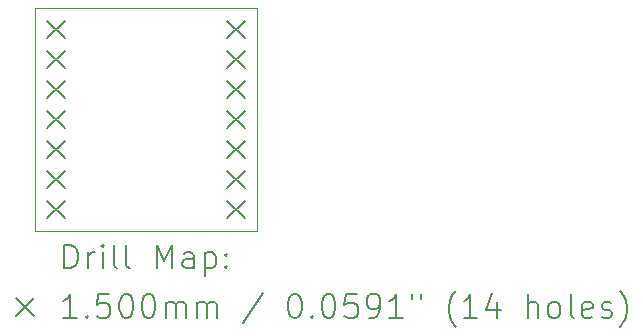
<source format=gbr>
%FSLAX45Y45*%
G04 Gerber Fmt 4.5, Leading zero omitted, Abs format (unit mm)*
G04 Created by KiCad (PCBNEW (6.0.0)) date 2022-02-12 15:23:34*
%MOMM*%
%LPD*%
G01*
G04 APERTURE LIST*
%TA.AperFunction,Profile*%
%ADD10C,0.100000*%
%TD*%
%ADD11C,0.200000*%
%ADD12C,0.150000*%
G04 APERTURE END LIST*
D10*
X15864840Y-10601960D02*
X13980160Y-10601960D01*
X13980160Y-10601960D02*
X13980160Y-8717280D01*
X13980160Y-8717280D02*
X15864840Y-8717280D01*
X15864840Y-8717280D02*
X15864840Y-10601960D01*
D11*
D12*
X14088040Y-8822120D02*
X14238040Y-8972120D01*
X14238040Y-8822120D02*
X14088040Y-8972120D01*
X14088040Y-9076120D02*
X14238040Y-9226120D01*
X14238040Y-9076120D02*
X14088040Y-9226120D01*
X14088040Y-9330120D02*
X14238040Y-9480120D01*
X14238040Y-9330120D02*
X14088040Y-9480120D01*
X14088040Y-9584120D02*
X14238040Y-9734120D01*
X14238040Y-9584120D02*
X14088040Y-9734120D01*
X14088040Y-9838120D02*
X14238040Y-9988120D01*
X14238040Y-9838120D02*
X14088040Y-9988120D01*
X14088040Y-10092120D02*
X14238040Y-10242120D01*
X14238040Y-10092120D02*
X14088040Y-10242120D01*
X14088040Y-10346120D02*
X14238040Y-10496120D01*
X14238040Y-10346120D02*
X14088040Y-10496120D01*
X15612040Y-8822120D02*
X15762040Y-8972120D01*
X15762040Y-8822120D02*
X15612040Y-8972120D01*
X15612040Y-9076120D02*
X15762040Y-9226120D01*
X15762040Y-9076120D02*
X15612040Y-9226120D01*
X15612040Y-9330120D02*
X15762040Y-9480120D01*
X15762040Y-9330120D02*
X15612040Y-9480120D01*
X15612040Y-9584120D02*
X15762040Y-9734120D01*
X15762040Y-9584120D02*
X15612040Y-9734120D01*
X15612040Y-9838120D02*
X15762040Y-9988120D01*
X15762040Y-9838120D02*
X15612040Y-9988120D01*
X15612040Y-10092120D02*
X15762040Y-10242120D01*
X15762040Y-10092120D02*
X15612040Y-10242120D01*
X15612040Y-10346120D02*
X15762040Y-10496120D01*
X15762040Y-10346120D02*
X15612040Y-10496120D01*
D11*
X14232779Y-10917436D02*
X14232779Y-10717436D01*
X14280398Y-10717436D01*
X14308969Y-10726960D01*
X14328017Y-10746008D01*
X14337541Y-10765055D01*
X14347065Y-10803150D01*
X14347065Y-10831722D01*
X14337541Y-10869817D01*
X14328017Y-10888865D01*
X14308969Y-10907912D01*
X14280398Y-10917436D01*
X14232779Y-10917436D01*
X14432779Y-10917436D02*
X14432779Y-10784103D01*
X14432779Y-10822198D02*
X14442303Y-10803150D01*
X14451827Y-10793627D01*
X14470874Y-10784103D01*
X14489922Y-10784103D01*
X14556588Y-10917436D02*
X14556588Y-10784103D01*
X14556588Y-10717436D02*
X14547065Y-10726960D01*
X14556588Y-10736484D01*
X14566112Y-10726960D01*
X14556588Y-10717436D01*
X14556588Y-10736484D01*
X14680398Y-10917436D02*
X14661350Y-10907912D01*
X14651827Y-10888865D01*
X14651827Y-10717436D01*
X14785160Y-10917436D02*
X14766112Y-10907912D01*
X14756588Y-10888865D01*
X14756588Y-10717436D01*
X15013731Y-10917436D02*
X15013731Y-10717436D01*
X15080398Y-10860293D01*
X15147065Y-10717436D01*
X15147065Y-10917436D01*
X15328017Y-10917436D02*
X15328017Y-10812674D01*
X15318493Y-10793627D01*
X15299446Y-10784103D01*
X15261350Y-10784103D01*
X15242303Y-10793627D01*
X15328017Y-10907912D02*
X15308969Y-10917436D01*
X15261350Y-10917436D01*
X15242303Y-10907912D01*
X15232779Y-10888865D01*
X15232779Y-10869817D01*
X15242303Y-10850770D01*
X15261350Y-10841246D01*
X15308969Y-10841246D01*
X15328017Y-10831722D01*
X15423255Y-10784103D02*
X15423255Y-10984103D01*
X15423255Y-10793627D02*
X15442303Y-10784103D01*
X15480398Y-10784103D01*
X15499446Y-10793627D01*
X15508969Y-10803150D01*
X15518493Y-10822198D01*
X15518493Y-10879341D01*
X15508969Y-10898389D01*
X15499446Y-10907912D01*
X15480398Y-10917436D01*
X15442303Y-10917436D01*
X15423255Y-10907912D01*
X15604208Y-10898389D02*
X15613731Y-10907912D01*
X15604208Y-10917436D01*
X15594684Y-10907912D01*
X15604208Y-10898389D01*
X15604208Y-10917436D01*
X15604208Y-10793627D02*
X15613731Y-10803150D01*
X15604208Y-10812674D01*
X15594684Y-10803150D01*
X15604208Y-10793627D01*
X15604208Y-10812674D01*
D12*
X13825160Y-11171960D02*
X13975160Y-11321960D01*
X13975160Y-11171960D02*
X13825160Y-11321960D01*
D11*
X14337541Y-11337436D02*
X14223255Y-11337436D01*
X14280398Y-11337436D02*
X14280398Y-11137436D01*
X14261350Y-11166008D01*
X14242303Y-11185055D01*
X14223255Y-11194579D01*
X14423255Y-11318388D02*
X14432779Y-11327912D01*
X14423255Y-11337436D01*
X14413731Y-11327912D01*
X14423255Y-11318388D01*
X14423255Y-11337436D01*
X14613731Y-11137436D02*
X14518493Y-11137436D01*
X14508969Y-11232674D01*
X14518493Y-11223150D01*
X14537541Y-11213627D01*
X14585160Y-11213627D01*
X14604208Y-11223150D01*
X14613731Y-11232674D01*
X14623255Y-11251722D01*
X14623255Y-11299341D01*
X14613731Y-11318388D01*
X14604208Y-11327912D01*
X14585160Y-11337436D01*
X14537541Y-11337436D01*
X14518493Y-11327912D01*
X14508969Y-11318388D01*
X14747065Y-11137436D02*
X14766112Y-11137436D01*
X14785160Y-11146960D01*
X14794684Y-11156484D01*
X14804208Y-11175531D01*
X14813731Y-11213627D01*
X14813731Y-11261246D01*
X14804208Y-11299341D01*
X14794684Y-11318388D01*
X14785160Y-11327912D01*
X14766112Y-11337436D01*
X14747065Y-11337436D01*
X14728017Y-11327912D01*
X14718493Y-11318388D01*
X14708969Y-11299341D01*
X14699446Y-11261246D01*
X14699446Y-11213627D01*
X14708969Y-11175531D01*
X14718493Y-11156484D01*
X14728017Y-11146960D01*
X14747065Y-11137436D01*
X14937541Y-11137436D02*
X14956588Y-11137436D01*
X14975636Y-11146960D01*
X14985160Y-11156484D01*
X14994684Y-11175531D01*
X15004208Y-11213627D01*
X15004208Y-11261246D01*
X14994684Y-11299341D01*
X14985160Y-11318388D01*
X14975636Y-11327912D01*
X14956588Y-11337436D01*
X14937541Y-11337436D01*
X14918493Y-11327912D01*
X14908969Y-11318388D01*
X14899446Y-11299341D01*
X14889922Y-11261246D01*
X14889922Y-11213627D01*
X14899446Y-11175531D01*
X14908969Y-11156484D01*
X14918493Y-11146960D01*
X14937541Y-11137436D01*
X15089922Y-11337436D02*
X15089922Y-11204103D01*
X15089922Y-11223150D02*
X15099446Y-11213627D01*
X15118493Y-11204103D01*
X15147065Y-11204103D01*
X15166112Y-11213627D01*
X15175636Y-11232674D01*
X15175636Y-11337436D01*
X15175636Y-11232674D02*
X15185160Y-11213627D01*
X15204208Y-11204103D01*
X15232779Y-11204103D01*
X15251827Y-11213627D01*
X15261350Y-11232674D01*
X15261350Y-11337436D01*
X15356588Y-11337436D02*
X15356588Y-11204103D01*
X15356588Y-11223150D02*
X15366112Y-11213627D01*
X15385160Y-11204103D01*
X15413731Y-11204103D01*
X15432779Y-11213627D01*
X15442303Y-11232674D01*
X15442303Y-11337436D01*
X15442303Y-11232674D02*
X15451827Y-11213627D01*
X15470874Y-11204103D01*
X15499446Y-11204103D01*
X15518493Y-11213627D01*
X15528017Y-11232674D01*
X15528017Y-11337436D01*
X15918493Y-11127912D02*
X15747065Y-11385055D01*
X16175636Y-11137436D02*
X16194684Y-11137436D01*
X16213731Y-11146960D01*
X16223255Y-11156484D01*
X16232779Y-11175531D01*
X16242303Y-11213627D01*
X16242303Y-11261246D01*
X16232779Y-11299341D01*
X16223255Y-11318388D01*
X16213731Y-11327912D01*
X16194684Y-11337436D01*
X16175636Y-11337436D01*
X16156588Y-11327912D01*
X16147065Y-11318388D01*
X16137541Y-11299341D01*
X16128017Y-11261246D01*
X16128017Y-11213627D01*
X16137541Y-11175531D01*
X16147065Y-11156484D01*
X16156588Y-11146960D01*
X16175636Y-11137436D01*
X16328017Y-11318388D02*
X16337541Y-11327912D01*
X16328017Y-11337436D01*
X16318493Y-11327912D01*
X16328017Y-11318388D01*
X16328017Y-11337436D01*
X16461350Y-11137436D02*
X16480398Y-11137436D01*
X16499446Y-11146960D01*
X16508969Y-11156484D01*
X16518493Y-11175531D01*
X16528017Y-11213627D01*
X16528017Y-11261246D01*
X16518493Y-11299341D01*
X16508969Y-11318388D01*
X16499446Y-11327912D01*
X16480398Y-11337436D01*
X16461350Y-11337436D01*
X16442303Y-11327912D01*
X16432779Y-11318388D01*
X16423255Y-11299341D01*
X16413731Y-11261246D01*
X16413731Y-11213627D01*
X16423255Y-11175531D01*
X16432779Y-11156484D01*
X16442303Y-11146960D01*
X16461350Y-11137436D01*
X16708969Y-11137436D02*
X16613731Y-11137436D01*
X16604208Y-11232674D01*
X16613731Y-11223150D01*
X16632779Y-11213627D01*
X16680398Y-11213627D01*
X16699446Y-11223150D01*
X16708969Y-11232674D01*
X16718493Y-11251722D01*
X16718493Y-11299341D01*
X16708969Y-11318388D01*
X16699446Y-11327912D01*
X16680398Y-11337436D01*
X16632779Y-11337436D01*
X16613731Y-11327912D01*
X16604208Y-11318388D01*
X16813731Y-11337436D02*
X16851827Y-11337436D01*
X16870874Y-11327912D01*
X16880398Y-11318388D01*
X16899446Y-11289817D01*
X16908970Y-11251722D01*
X16908970Y-11175531D01*
X16899446Y-11156484D01*
X16889922Y-11146960D01*
X16870874Y-11137436D01*
X16832779Y-11137436D01*
X16813731Y-11146960D01*
X16804208Y-11156484D01*
X16794684Y-11175531D01*
X16794684Y-11223150D01*
X16804208Y-11242198D01*
X16813731Y-11251722D01*
X16832779Y-11261246D01*
X16870874Y-11261246D01*
X16889922Y-11251722D01*
X16899446Y-11242198D01*
X16908970Y-11223150D01*
X17099446Y-11337436D02*
X16985160Y-11337436D01*
X17042303Y-11337436D02*
X17042303Y-11137436D01*
X17023255Y-11166008D01*
X17004208Y-11185055D01*
X16985160Y-11194579D01*
X17175636Y-11137436D02*
X17175636Y-11175531D01*
X17251827Y-11137436D02*
X17251827Y-11175531D01*
X17547065Y-11413627D02*
X17537541Y-11404103D01*
X17518493Y-11375531D01*
X17508970Y-11356484D01*
X17499446Y-11327912D01*
X17489922Y-11280293D01*
X17489922Y-11242198D01*
X17499446Y-11194579D01*
X17508970Y-11166008D01*
X17518493Y-11146960D01*
X17537541Y-11118389D01*
X17547065Y-11108865D01*
X17728017Y-11337436D02*
X17613731Y-11337436D01*
X17670874Y-11337436D02*
X17670874Y-11137436D01*
X17651827Y-11166008D01*
X17632779Y-11185055D01*
X17613731Y-11194579D01*
X17899446Y-11204103D02*
X17899446Y-11337436D01*
X17851827Y-11127912D02*
X17804208Y-11270769D01*
X17928017Y-11270769D01*
X18156589Y-11337436D02*
X18156589Y-11137436D01*
X18242303Y-11337436D02*
X18242303Y-11232674D01*
X18232779Y-11213627D01*
X18213731Y-11204103D01*
X18185160Y-11204103D01*
X18166112Y-11213627D01*
X18156589Y-11223150D01*
X18366112Y-11337436D02*
X18347065Y-11327912D01*
X18337541Y-11318388D01*
X18328017Y-11299341D01*
X18328017Y-11242198D01*
X18337541Y-11223150D01*
X18347065Y-11213627D01*
X18366112Y-11204103D01*
X18394684Y-11204103D01*
X18413731Y-11213627D01*
X18423255Y-11223150D01*
X18432779Y-11242198D01*
X18432779Y-11299341D01*
X18423255Y-11318388D01*
X18413731Y-11327912D01*
X18394684Y-11337436D01*
X18366112Y-11337436D01*
X18547065Y-11337436D02*
X18528017Y-11327912D01*
X18518493Y-11308865D01*
X18518493Y-11137436D01*
X18699446Y-11327912D02*
X18680398Y-11337436D01*
X18642303Y-11337436D01*
X18623255Y-11327912D01*
X18613731Y-11308865D01*
X18613731Y-11232674D01*
X18623255Y-11213627D01*
X18642303Y-11204103D01*
X18680398Y-11204103D01*
X18699446Y-11213627D01*
X18708970Y-11232674D01*
X18708970Y-11251722D01*
X18613731Y-11270769D01*
X18785160Y-11327912D02*
X18804208Y-11337436D01*
X18842303Y-11337436D01*
X18861350Y-11327912D01*
X18870874Y-11308865D01*
X18870874Y-11299341D01*
X18861350Y-11280293D01*
X18842303Y-11270769D01*
X18813731Y-11270769D01*
X18794684Y-11261246D01*
X18785160Y-11242198D01*
X18785160Y-11232674D01*
X18794684Y-11213627D01*
X18813731Y-11204103D01*
X18842303Y-11204103D01*
X18861350Y-11213627D01*
X18937541Y-11413627D02*
X18947065Y-11404103D01*
X18966112Y-11375531D01*
X18975636Y-11356484D01*
X18985160Y-11327912D01*
X18994684Y-11280293D01*
X18994684Y-11242198D01*
X18985160Y-11194579D01*
X18975636Y-11166008D01*
X18966112Y-11146960D01*
X18947065Y-11118389D01*
X18937541Y-11108865D01*
M02*

</source>
